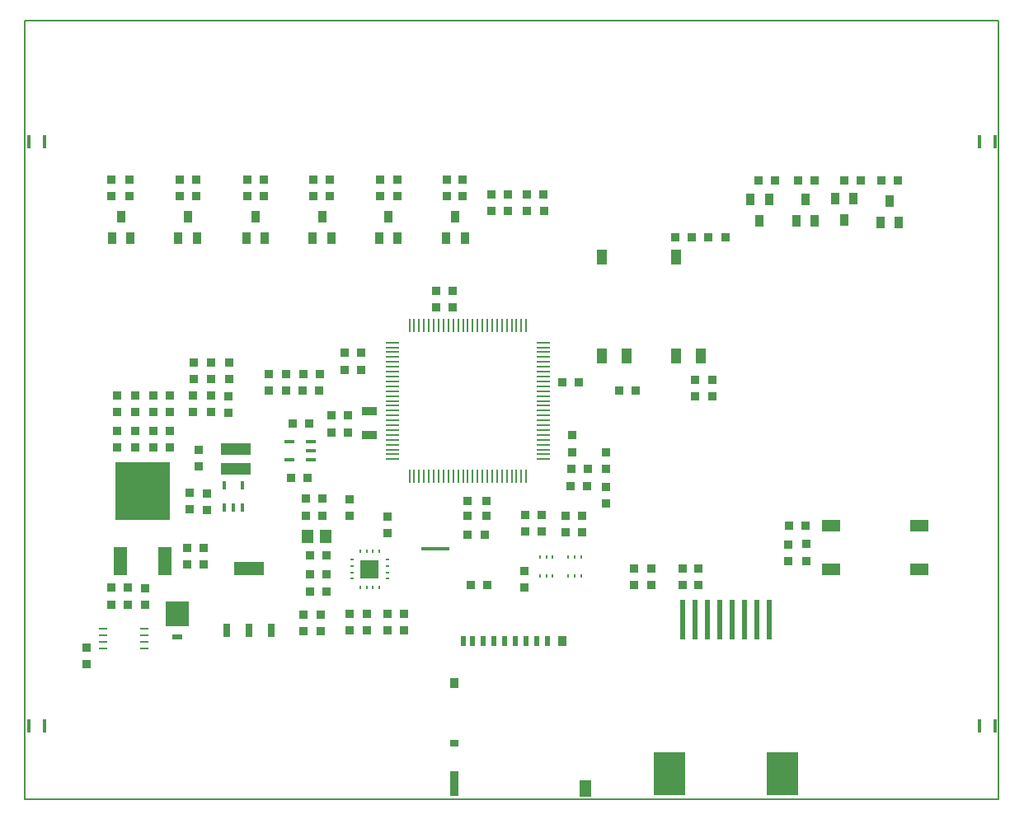
<source format=gbr>
%FSLAX36Y36*%
%MOMM*%
G04 EasyPC Gerber Version 18.0.8 Build 3632 *
%ADD90R,0.09760X0.24760*%
%ADD72R,0.14760X1.32260*%
%ADD73R,1.32260X0.14760*%
%ADD77R,0.96520X0.22860*%
%ADD92R,0.24760X0.34760*%
%ADD93R,0.24760X0.44760*%
%ADD94R,0.44760X0.24760*%
%ADD91R,2.84760X0.29760*%
%ADD75R,0.35560X0.81280*%
%ADD101R,1.01600X0.35560*%
%ADD100R,0.44760X1.34760*%
%ADD85R,0.54760X1.04760*%
%ADD97R,0.60760X4.02760*%
%ADD82R,0.79760X1.44760*%
%ADD28R,0.84760X0.94760*%
%ADD86R,0.84760X1.04760*%
%ADD99R,0.84760X1.24760*%
%ADD87R,0.84760X2.64760*%
%ADD76R,1.04760X1.64760*%
%ADD96R,1.14760X1.34760*%
%ADD89R,1.14760X1.74760*%
%ADD80R,1.44760X2.84760*%
%ADD79R,1.11760X0.60960*%
%ADD88R,0.84760X0.64760*%
%ADD29R,0.94760X0.84760*%
%ADD74R,1.64760X0.84760*%
%ADD78R,2.38760X2.51760*%
%ADD102R,1.94760X1.24760*%
%ADD84R,3.04800X1.29540*%
%ADD83R,3.04760X1.44760*%
%ADD98R,3.26760X4.42760*%
%ADD81R,5.64760X6.04760*%
%ADD95R,1.94760X1.94760*%
%ADD71C,0.12700*%
X0Y0D02*
D02*
D71*
X42104200Y3347700D02*
X142104200D01*
Y83347700*
X42104200*
Y3347700*
D02*
D28*
X48454200Y17172700D03*
Y18872700D03*
X51004200Y65247700D03*
Y66947700D03*
X51554200Y43072700D03*
Y44772700D03*
X51579200Y39472700D03*
Y41172700D03*
X52804200Y65247700D03*
Y66947700D03*
X53404200Y39472700D03*
Y41172700D03*
Y43072700D03*
Y44772700D03*
X54429200Y23322700D03*
Y25022700D03*
X55254200Y39447700D03*
Y41147700D03*
Y43072700D03*
Y44772700D03*
X56954200Y39472700D03*
Y41172700D03*
Y43072700D03*
Y44772700D03*
X58004200Y65247700D03*
Y66947700D03*
X59004200Y33097700D03*
Y34797700D03*
X59379200Y43072700D03*
Y44772700D03*
X59404200Y46522700D03*
Y48222700D03*
X59704200Y65247700D03*
Y66947700D03*
X59929200Y37547700D03*
Y39247700D03*
X60804200Y33047700D03*
Y34747700D03*
X61204200Y43072700D03*
Y44772700D03*
X61229200Y46522700D03*
Y48222700D03*
X63029200Y43022700D03*
Y44722700D03*
X63054200Y46522700D03*
Y48222700D03*
X64904200Y65247700D03*
Y66947700D03*
X66604200Y65247700D03*
Y66947700D03*
X70654200Y20597700D03*
Y22297700D03*
X71704200Y65247700D03*
Y66947700D03*
X72454200Y20597700D03*
Y22297700D03*
X73404200Y65247700D03*
Y66947700D03*
X75404200Y20647700D03*
Y22347700D03*
X75429200Y32447700D03*
Y34147700D03*
X77204200Y20697700D03*
Y22397700D03*
X78604200Y65247700D03*
Y66947700D03*
X79304200Y20697700D03*
Y22397700D03*
X79354200Y30672700D03*
Y32372700D03*
X80304200Y65247700D03*
Y66947700D03*
X81054200Y20697700D03*
Y22397700D03*
X85404200Y65247700D03*
Y66947700D03*
X87004200Y65247700D03*
Y66947700D03*
X93354200Y25047700D03*
Y26747700D03*
X93479200Y30797700D03*
Y32497700D03*
X95204200Y30797700D03*
Y32497700D03*
X97654200Y30747700D03*
Y32447700D03*
X98254200Y38997700D03*
Y40697700D03*
X99329200Y30772700D03*
Y32472700D03*
X101804200Y33722700D03*
Y35422700D03*
Y37222700D03*
Y38922700D03*
X104679200Y25347700D03*
Y27047700D03*
X106429200Y25347700D03*
Y27047700D03*
X109629200Y25347700D03*
Y27047700D03*
X110929200Y44697700D03*
Y46397700D03*
X111279200Y25297700D03*
Y26997700D03*
X112654200Y44697700D03*
Y46397700D03*
X120504200Y27797700D03*
Y29497700D03*
X122304200Y27822700D03*
Y29522700D03*
D02*
D29*
X50929200Y23272700D03*
Y25047700D03*
X52629200Y23272700D03*
Y25047700D03*
X58729200Y27422700D03*
Y29122700D03*
X60429200Y27422700D03*
Y29122700D03*
X67179200Y45272700D03*
Y46997700D03*
X68879200Y45272700D03*
Y46997700D03*
X69429200Y36297700D03*
X69554200Y41922700D03*
X70629200Y45272700D03*
X70654200Y46997700D03*
X70954200Y32397700D03*
Y34197700D03*
X71129200Y36297700D03*
X71254200Y41922700D03*
X71354200Y26397700D03*
Y28372700D03*
X71379200Y24672700D03*
X72329200Y45272700D03*
X72354200Y46997700D03*
X72654200Y32397700D03*
Y34197700D03*
X73054200Y26397700D03*
Y28372700D03*
X73079200Y24672700D03*
X73579200Y42772700D03*
X73604200Y40997700D03*
X74954200Y47447700D03*
Y49172700D03*
X75279200Y42772700D03*
X75304200Y40997700D03*
X76654200Y47447700D03*
Y49172700D03*
X84354200Y53872700D03*
Y55572700D03*
X86054200Y53872700D03*
Y55572700D03*
X87579200Y30497700D03*
Y32472700D03*
Y33972700D03*
X87879200Y25347700D03*
X89279200Y30497700D03*
X89479200Y32472700D03*
Y33972700D03*
X89579200Y25347700D03*
X89979200Y63722700D03*
Y65472700D03*
X91679200Y63722700D03*
Y65472700D03*
X93654200D03*
X93679200Y63722700D03*
X95354200Y65472700D03*
X95379200Y63722700D03*
X97254200Y46122700D03*
X98154200Y35497700D03*
X98179200Y37247700D03*
X98954200Y46122700D03*
X99854200Y35497700D03*
X99879200Y37247700D03*
X103104200Y45347700D03*
X104804200D03*
X108879200Y61072700D03*
X110579200D03*
X112304200Y61047700D03*
X114004200D03*
X117404200Y66922700D03*
X119104200D03*
X120529200Y31422700D03*
X121479200Y66897700D03*
X122229200Y31422700D03*
X123179200Y66897700D03*
X126204200D03*
X127904200D03*
X130029200Y66922700D03*
X131729200D03*
D02*
D72*
X81579200Y36509700D03*
Y51985700D03*
X82079200Y36509700D03*
Y51985700D03*
X82579200Y36509700D03*
Y51985700D03*
X83079200Y36509700D03*
Y51985700D03*
X83579200Y36509700D03*
Y51985700D03*
X84079200Y36509700D03*
Y51985700D03*
X84579200Y36509700D03*
Y51985700D03*
X85079200Y36509700D03*
Y51985700D03*
X85579200Y36509700D03*
Y51985700D03*
X86079200Y36509700D03*
Y51985700D03*
X86579200Y36509700D03*
Y51985700D03*
X87079200Y36509700D03*
Y51985700D03*
X87579200Y36509700D03*
Y51985700D03*
X88079200Y36509700D03*
Y51985700D03*
X88579200Y36509700D03*
Y51985700D03*
X89079200Y36509700D03*
Y51985700D03*
X89579200Y36509700D03*
Y51985700D03*
X90079200Y36509700D03*
Y51985700D03*
X90579200Y36509700D03*
Y51985700D03*
X91079200Y36509700D03*
Y51985700D03*
X91579200Y36509700D03*
Y51985700D03*
X92079200Y36509700D03*
Y51985700D03*
X92579200Y36509700D03*
Y51985700D03*
X93079200Y36509700D03*
Y51985700D03*
X93579200Y36509700D03*
Y51985700D03*
D02*
D73*
X79841200Y38247700D03*
Y38747700D03*
Y39247700D03*
Y39747700D03*
Y40247700D03*
Y40747700D03*
Y41247700D03*
Y41747700D03*
Y42247700D03*
Y42747700D03*
Y43247700D03*
Y43747700D03*
Y44247700D03*
Y44747700D03*
Y45247700D03*
Y45747700D03*
Y46247700D03*
Y46747700D03*
Y47247700D03*
Y47747700D03*
Y48247700D03*
Y48747700D03*
Y49247700D03*
Y49747700D03*
Y50247700D03*
X95317200Y38247700D03*
Y38747700D03*
Y39247700D03*
Y39747700D03*
Y40247700D03*
Y40747700D03*
Y41247700D03*
Y41747700D03*
Y42247700D03*
Y42747700D03*
Y43247700D03*
Y43747700D03*
Y44247700D03*
Y44747700D03*
Y45247700D03*
Y45747700D03*
Y46247700D03*
Y46747700D03*
Y47247700D03*
Y47747700D03*
Y48247700D03*
Y48747700D03*
Y49247700D03*
Y49747700D03*
Y50247700D03*
D02*
D74*
X77429200Y40722700D03*
Y43222700D03*
D02*
D75*
X62551700Y33254300D03*
Y35591100D03*
X63504200Y33254300D03*
X64456700D03*
Y35591100D03*
D02*
D76*
X101304200Y48847700D03*
Y59047700D03*
X103844200Y48847700D03*
X108924200D03*
Y59047700D03*
X111464200Y48847700D03*
D02*
D77*
X50083300Y18847700D03*
Y19497700D03*
Y20147700D03*
Y20797700D03*
X54325100Y18847700D03*
Y19497700D03*
Y20147700D03*
Y20797700D03*
D02*
D78*
X57704200Y22372700D03*
D02*
D79*
Y20021700D03*
D02*
D80*
X51904200Y27822700D03*
X56474200D03*
D02*
D81*
X54189200Y35002700D03*
D02*
D82*
X62804200Y20647700D03*
X65104200D03*
X67404200D03*
D02*
D83*
X65104200Y27047700D03*
D02*
D84*
X63754200Y37281700D03*
Y39313700D03*
D02*
D85*
X87117700Y19547700D03*
X88067700D03*
X89167700D03*
X90267700D03*
X91367700D03*
X92467700D03*
X93567700D03*
X94667700D03*
X95767700D03*
D02*
D86*
X86167700Y15247700D03*
X97317700Y19547700D03*
D02*
D87*
X86167700Y4897700D03*
D02*
D88*
Y9047700D03*
D02*
D89*
X99667700Y4447700D03*
D02*
D90*
X82832200Y28501200D03*
Y29651200D03*
X83232200Y28501200D03*
Y29651200D03*
X83632200Y28501200D03*
Y29651200D03*
X84032200Y28501200D03*
Y29651200D03*
X84432200Y28501200D03*
Y29651200D03*
X84832200Y28501200D03*
Y29651200D03*
X85232200Y28501200D03*
Y29651200D03*
X85632200Y28501200D03*
Y29651200D03*
D02*
D91*
X84232200Y29076200D03*
D02*
D92*
X95004200Y26272700D03*
Y28172700D03*
X95654200Y26272700D03*
Y28172700D03*
X96304200Y26272700D03*
Y28172700D03*
X97904200Y26272700D03*
Y28172700D03*
X98554200Y26272700D03*
Y28172700D03*
X99204200Y26272700D03*
Y28172700D03*
D02*
D93*
X76529200Y25097700D03*
Y28797700D03*
X77179200Y25097700D03*
Y28797700D03*
X77829200Y25097700D03*
Y28797700D03*
X78479200Y25097700D03*
Y28797700D03*
D02*
D94*
X75654200Y25972700D03*
Y26622700D03*
Y27272700D03*
Y27922700D03*
X79354200Y25972700D03*
Y26622700D03*
Y27272700D03*
Y27922700D03*
D02*
D95*
X77504200Y26947700D03*
D02*
D96*
X71079200Y30297700D03*
X72979200D03*
D02*
D97*
X109652700Y21747700D03*
X110922700D03*
X112192700D03*
X113462700D03*
X114732700D03*
X116002700D03*
X117272700D03*
X118542700D03*
D02*
D98*
X108307700Y5897700D03*
X119887700D03*
D02*
D99*
X51054200Y60997700D03*
X52004200Y63197700D03*
X52954200Y60997700D03*
X57854200D03*
X58804200Y63197700D03*
X59754200Y60997700D03*
X64829200D03*
X65779200Y63197700D03*
X66729200Y60997700D03*
X71654200D03*
X72604200Y63197700D03*
X73554200Y60997700D03*
X78454200D03*
X79404200Y63197700D03*
X80354200Y60997700D03*
X85354200D03*
X86304200Y63197700D03*
X87254200Y60997700D03*
X116604200Y64947700D03*
X117554200Y62747700D03*
X118504200Y64947700D03*
X121329200Y62747700D03*
X122279200Y64947700D03*
X123229200Y62747700D03*
X125279200Y64997700D03*
X126229200Y62797700D03*
X127179200Y64997700D03*
X129929200Y62597700D03*
X130879200Y64797700D03*
X131829200Y62597700D03*
D02*
D100*
X42513200Y10847700D03*
Y70847700D03*
X44113200Y10847700D03*
Y70847700D03*
X140107400Y10847700D03*
X140113600Y70847700D03*
X141707400Y10847700D03*
X141713600Y70847700D03*
D02*
D101*
X69287400Y38197700D03*
Y40097700D03*
X71421000Y38197700D03*
Y39147700D03*
Y40097700D03*
D02*
D102*
X124854200Y26922700D03*
Y31422700D03*
X133954200Y26922700D03*
Y31422700D03*
X0Y0D02*
M02*

</source>
